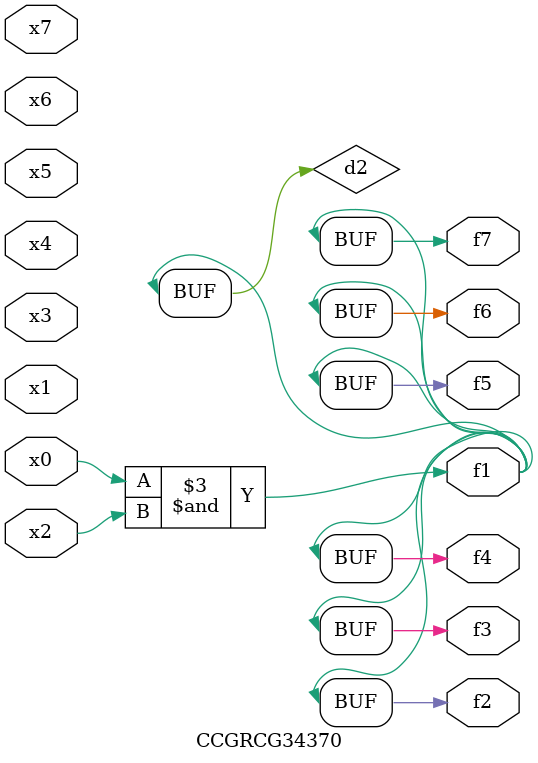
<source format=v>
module CCGRCG34370(
	input x0, x1, x2, x3, x4, x5, x6, x7,
	output f1, f2, f3, f4, f5, f6, f7
);

	wire d1, d2;

	nor (d1, x3, x6);
	and (d2, x0, x2);
	assign f1 = d2;
	assign f2 = d2;
	assign f3 = d2;
	assign f4 = d2;
	assign f5 = d2;
	assign f6 = d2;
	assign f7 = d2;
endmodule

</source>
